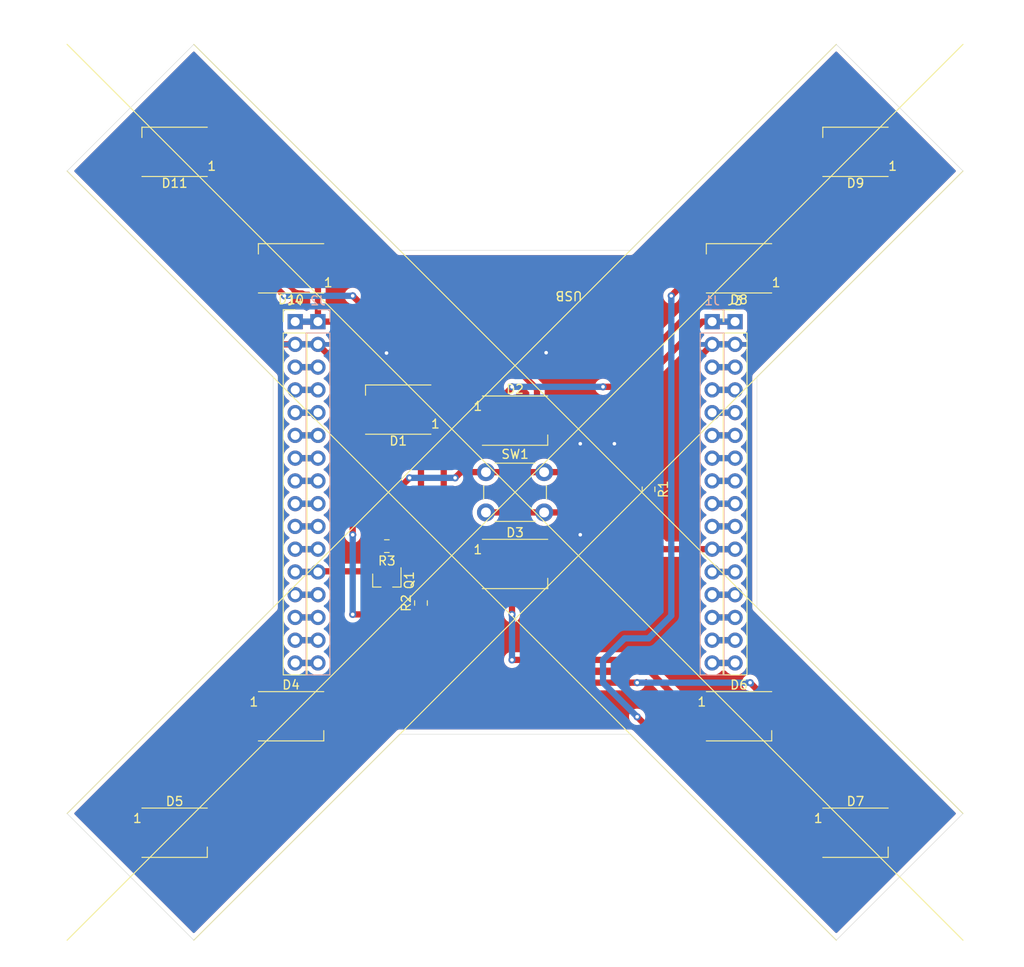
<source format=kicad_pcb>
(kicad_pcb (version 20171130) (host pcbnew 5.1.5+dfsg1-2build2)
  (layers (0 F.Cu signal) (31 B.Cu signal) (34 B.Paste user) (35 F.Paste user) (36 B.SilkS user) (37 F.SilkS user) (38 B.Mask user) (39 F.Mask user) (44 Edge.Cuts user))
  (net 0 "")
  (net 1 "Net-(J1-Pad16)")
  (net 2 "Net-(J1-Pad15)")
  (net 3 "Net-(J1-Pad14)")
  (net 4 "Net-(J1-Pad13)")
  (net 5 "Net-(J1-Pad12)")
  (net 6 "Net-(J1-Pad11)")
  (net 7 "Net-(J1-Pad10)")
  (net 8 "Net-(J1-Pad9)")
  (net 9 "Net-(J1-Pad8)")
  (net 10 "Net-(J1-Pad7)")
  (net 11 "Net-(J1-Pad6)")
  (net 12 "Net-(J1-Pad5)")
  (net 13 "Net-(J1-Pad4)")
  (net 14 "Net-(J1-Pad3)")
  (net 15 "Net-(J1-Pad1)")
  (net 16 "Net-(J2-Pad16)")
  (net 17 "Net-(J2-Pad15)")
  (net 18 "Net-(J2-Pad14)")
  (net 19 "Net-(J2-Pad13)")
  (net 20 "Net-(J2-Pad12)")
  (net 21 "Net-(J2-Pad11)")
  (net 22 "Net-(J2-Pad10)")
  (net 23 "Net-(J2-Pad9)")
  (net 24 "Net-(J2-Pad8)")
  (net 25 "Net-(J2-Pad7)")
  (net 26 "Net-(J2-Pad6)")
  (net 27 "Net-(J2-Pad5)")
  (net 28 "Net-(J2-Pad4)")
  (net 29 "Net-(J2-Pad3)")
  (net 30 "Net-(D1-Pad1)")
  (net 31 "Net-(D1-Pad2)")
  (net 32 "Net-(D1-Pad4)")
  (net 33 "Net-(D1-Pad3)")
  (net 34 "Net-(D2-Pad2)")
  (net 35 "Net-(D3-Pad2)")
  (net 36 "Net-(D4-Pad2)")
  (net 37 "Net-(D5-Pad2)")
  (net 38 "Net-(D6-Pad2)")
  (net 39 "Net-(D7-Pad2)")
  (net 40 "Net-(D8-Pad2)")
  (net 41 "Net-(D10-Pad4)")
  (net 42 "Net-(D10-Pad2)")
  (net 43 "Net-(D11-Pad2)")
  (module Connector_PinHeader_2.54mm:PinHeader_1x16_P2.54mm_Vertical (layer F.Cu) (at 49.46 54.95)
    (fp_text reference J4 (at 0 -2.33) (layer F.SilkS))
    (fp_text value Conn_01x16_Male)
    (pad 16 thru_hole oval (at 0 38.1) (size 1.7 1.7) (drill 1) (layers *.Cu *.Mask) (net 16 "Net-(J2-Pad16)"))
    (pad 15 thru_hole oval (at 0 35.56) (size 1.7 1.7) (drill 1) (layers *.Cu *.Mask) (net 17 "Net-(J2-Pad15)"))
    (pad 14 thru_hole oval (at 0 33.02) (size 1.7 1.7) (drill 1) (layers *.Cu *.Mask) (net 18 "Net-(J2-Pad14)"))
    (pad 13 thru_hole oval (at 0 30.48) (size 1.7 1.7) (drill 1) (layers *.Cu *.Mask) (net 19 "Net-(J2-Pad13)"))
    (pad 12 thru_hole oval (at 0 27.94) (size 1.7 1.7) (drill 1) (layers *.Cu *.Mask) (net 20 "Net-(J2-Pad12)"))
    (pad 11 thru_hole oval (at 0 25.4) (size 1.7 1.7) (drill 1) (layers *.Cu *.Mask) (net 21 "Net-(J2-Pad11)"))
    (pad 10 thru_hole oval (at 0 22.86) (size 1.7 1.7) (drill 1) (layers *.Cu *.Mask) (net 22 "Net-(J2-Pad10)"))
    (pad 9 thru_hole oval (at 0 20.32) (size 1.7 1.7) (drill 1) (layers *.Cu *.Mask) (net 23 "Net-(J2-Pad9)"))
    (pad 8 thru_hole oval (at 0 17.78) (size 1.7 1.7) (drill 1) (layers *.Cu *.Mask) (net 24 "Net-(J2-Pad8)"))
    (pad 7 thru_hole oval (at 0 15.24) (size 1.7 1.7) (drill 1) (layers *.Cu *.Mask) (net 25 "Net-(J2-Pad7)"))
    (pad 6 thru_hole oval (at 0 12.7) (size 1.7 1.7) (drill 1) (layers *.Cu *.Mask) (net 26 "Net-(J2-Pad6)"))
    (pad 5 thru_hole oval (at 0 10.16) (size 1.7 1.7) (drill 1) (layers *.Cu *.Mask) (net 27 "Net-(J2-Pad5)"))
    (pad 4 thru_hole oval (at 0 7.62) (size 1.7 1.7) (drill 1) (layers *.Cu *.Mask) (net 28 "Net-(J2-Pad4)"))
    (pad 3 thru_hole oval (at 0 5.08) (size 1.7 1.7) (drill 1) (layers *.Cu *.Mask) (net 29 "Net-(J2-Pad3)"))
    (pad 2 thru_hole oval (at 0 2.54) (size 1.7 1.7) (drill 1) (layers *.Cu *.Mask) (net 33 "Net-(D1-Pad3)"))
    (pad 1 thru_hole rect (at 0 0) (size 1.7 1.7) (drill 1) (layers *.Cu *.Mask) (net 30 "Net-(D1-Pad1)"))
  )
  (module Connector_PinHeader_2.54mm:PinHeader_1x16_P2.54mm_Vertical (layer F.Cu) (at 98.56 54.95)
    (fp_text reference J3 (at 0 -2.33) (layer F.SilkS))
    (fp_text value Conn_01x16_Male)
    (pad 16 thru_hole oval (at 0 38.1) (size 1.7 1.7) (drill 1) (layers *.Cu *.Mask) (net 1 "Net-(J1-Pad16)"))
    (pad 15 thru_hole oval (at 0 35.56) (size 1.7 1.7) (drill 1) (layers *.Cu *.Mask) (net 2 "Net-(J1-Pad15)"))
    (pad 14 thru_hole oval (at 0 33.02) (size 1.7 1.7) (drill 1) (layers *.Cu *.Mask) (net 3 "Net-(J1-Pad14)"))
    (pad 13 thru_hole oval (at 0 30.48) (size 1.7 1.7) (drill 1) (layers *.Cu *.Mask) (net 4 "Net-(J1-Pad13)"))
    (pad 12 thru_hole oval (at 0 27.94) (size 1.7 1.7) (drill 1) (layers *.Cu *.Mask) (net 5 "Net-(J1-Pad12)"))
    (pad 11 thru_hole oval (at 0 25.4) (size 1.7 1.7) (drill 1) (layers *.Cu *.Mask) (net 6 "Net-(J1-Pad11)"))
    (pad 10 thru_hole oval (at 0 22.86) (size 1.7 1.7) (drill 1) (layers *.Cu *.Mask) (net 7 "Net-(J1-Pad10)"))
    (pad 9 thru_hole oval (at 0 20.32) (size 1.7 1.7) (drill 1) (layers *.Cu *.Mask) (net 8 "Net-(J1-Pad9)"))
    (pad 8 thru_hole oval (at 0 17.78) (size 1.7 1.7) (drill 1) (layers *.Cu *.Mask) (net 9 "Net-(J1-Pad8)"))
    (pad 7 thru_hole oval (at 0 15.24) (size 1.7 1.7) (drill 1) (layers *.Cu *.Mask) (net 10 "Net-(J1-Pad7)"))
    (pad 6 thru_hole oval (at 0 12.7) (size 1.7 1.7) (drill 1) (layers *.Cu *.Mask) (net 11 "Net-(J1-Pad6)"))
    (pad 5 thru_hole oval (at 0 10.16) (size 1.7 1.7) (drill 1) (layers *.Cu *.Mask) (net 12 "Net-(J1-Pad5)"))
    (pad 4 thru_hole oval (at 0 7.62) (size 1.7 1.7) (drill 1) (layers *.Cu *.Mask) (net 13 "Net-(J1-Pad4)"))
    (pad 3 thru_hole oval (at 0 5.08) (size 1.7 1.7) (drill 1) (layers *.Cu *.Mask) (net 14 "Net-(J1-Pad3)"))
    (pad 2 thru_hole oval (at 0 2.54) (size 1.7 1.7) (drill 1) (layers *.Cu *.Mask) (net 33 "Net-(D1-Pad3)"))
    (pad 1 thru_hole rect (at 0 0) (size 1.7 1.7) (drill 1) (layers *.Cu *.Mask) (net 15 "Net-(J1-Pad1)"))
  )
  (module LED_SMD:LED_WS2812B_PLCC4_5.0x5.0mm_P3.2mm (layer F.Cu) (at 36 36 180)
    (fp_text reference D11 (at 0 -3.5) (layer F.SilkS))
    (fp_text value WS2812B)
    (fp_text user 1 (at -4.15 -1.6) (layer F.SilkS))
    (pad 1 smd rect (at -2.45 -1.6 180) (size 1.5 1) (layers F.Cu F.Paste F.Mask) (net 30 "Net-(D1-Pad1)"))
    (pad 2 smd rect (at -2.45 1.6 180) (size 1.5 1) (layers F.Cu F.Paste F.Mask) (net 43 "Net-(D11-Pad2)"))
    (pad 4 smd rect (at 2.45 -1.6 180) (size 1.5 1) (layers F.Cu F.Paste F.Mask) (net 42 "Net-(D10-Pad2)"))
    (pad 3 smd rect (at 2.45 1.6 180) (size 1.5 1) (layers F.Cu F.Paste F.Mask) (net 33 "Net-(D1-Pad3)"))
  )
  (module LED_SMD:LED_WS2812B_PLCC4_5.0x5.0mm_P3.2mm (layer F.Cu) (at 49 49 180)
    (fp_text reference D10 (at 0 -3.5) (layer F.SilkS))
    (fp_text value WS2812B)
    (fp_text user 1 (at -4.15 -1.6) (layer F.SilkS))
    (pad 1 smd rect (at -2.45 -1.6 180) (size 1.5 1) (layers F.Cu F.Paste F.Mask) (net 30 "Net-(D1-Pad1)"))
    (pad 2 smd rect (at -2.45 1.6 180) (size 1.5 1) (layers F.Cu F.Paste F.Mask) (net 42 "Net-(D10-Pad2)"))
    (pad 4 smd rect (at 2.45 -1.6 180) (size 1.5 1) (layers F.Cu F.Paste F.Mask) (net 41 "Net-(D10-Pad4)"))
    (pad 3 smd rect (at 2.45 1.6 180) (size 1.5 1) (layers F.Cu F.Paste F.Mask) (net 33 "Net-(D1-Pad3)"))
  )
  (module LED_SMD:LED_WS2812B_PLCC4_5.0x5.0mm_P3.2mm (layer F.Cu) (at 112 36 180)
    (fp_text reference D9 (at 0 -3.5) (layer F.SilkS))
    (fp_text value WS2812B)
    (fp_text user 1 (at -4.15 -1.6) (layer F.SilkS))
    (pad 1 smd rect (at -2.45 -1.6 180) (size 1.5 1) (layers F.Cu F.Paste F.Mask) (net 30 "Net-(D1-Pad1)"))
    (pad 2 smd rect (at -2.45 1.6 180) (size 1.5 1) (layers F.Cu F.Paste F.Mask) (net 41 "Net-(D10-Pad4)"))
    (pad 4 smd rect (at 2.45 -1.6 180) (size 1.5 1) (layers F.Cu F.Paste F.Mask) (net 40 "Net-(D8-Pad2)"))
    (pad 3 smd rect (at 2.45 1.6 180) (size 1.5 1) (layers F.Cu F.Paste F.Mask) (net 33 "Net-(D1-Pad3)"))
  )
  (module LED_SMD:LED_WS2812B_PLCC4_5.0x5.0mm_P3.2mm (layer F.Cu) (at 99 49 180)
    (fp_text reference D8 (at 0 -3.5) (layer F.SilkS))
    (fp_text value WS2812B)
    (fp_text user 1 (at -4.15 -1.6) (layer F.SilkS))
    (pad 1 smd rect (at -2.45 -1.6 180) (size 1.5 1) (layers F.Cu F.Paste F.Mask) (net 30 "Net-(D1-Pad1)"))
    (pad 2 smd rect (at -2.45 1.6 180) (size 1.5 1) (layers F.Cu F.Paste F.Mask) (net 40 "Net-(D8-Pad2)"))
    (pad 4 smd rect (at 2.45 -1.6 180) (size 1.5 1) (layers F.Cu F.Paste F.Mask) (net 39 "Net-(D7-Pad2)"))
    (pad 3 smd rect (at 2.45 1.6 180) (size 1.5 1) (layers F.Cu F.Paste F.Mask) (net 33 "Net-(D1-Pad3)"))
  )
  (module LED_SMD:LED_WS2812B_PLCC4_5.0x5.0mm_P3.2mm (layer F.Cu) (at 112 112)
    (fp_text reference D7 (at 0 -3.5) (layer F.SilkS))
    (fp_text value WS2812B)
    (fp_text user 1 (at -4.15 -1.6) (layer F.SilkS))
    (pad 1 smd rect (at -2.45 -1.6) (size 1.5 1) (layers F.Cu F.Paste F.Mask) (net 30 "Net-(D1-Pad1)"))
    (pad 2 smd rect (at -2.45 1.6) (size 1.5 1) (layers F.Cu F.Paste F.Mask) (net 39 "Net-(D7-Pad2)"))
    (pad 4 smd rect (at 2.45 -1.6) (size 1.5 1) (layers F.Cu F.Paste F.Mask) (net 38 "Net-(D6-Pad2)"))
    (pad 3 smd rect (at 2.45 1.6) (size 1.5 1) (layers F.Cu F.Paste F.Mask) (net 33 "Net-(D1-Pad3)"))
  )
  (module LED_SMD:LED_WS2812B_PLCC4_5.0x5.0mm_P3.2mm (layer F.Cu) (at 99 99)
    (fp_text reference D6 (at 0 -3.5) (layer F.SilkS))
    (fp_text value WS2812B)
    (fp_text user 1 (at -4.15 -1.6) (layer F.SilkS))
    (pad 1 smd rect (at -2.45 -1.6) (size 1.5 1) (layers F.Cu F.Paste F.Mask) (net 30 "Net-(D1-Pad1)"))
    (pad 2 smd rect (at -2.45 1.6) (size 1.5 1) (layers F.Cu F.Paste F.Mask) (net 38 "Net-(D6-Pad2)"))
    (pad 4 smd rect (at 2.45 -1.6) (size 1.5 1) (layers F.Cu F.Paste F.Mask) (net 37 "Net-(D5-Pad2)"))
    (pad 3 smd rect (at 2.45 1.6) (size 1.5 1) (layers F.Cu F.Paste F.Mask) (net 33 "Net-(D1-Pad3)"))
  )
  (module LED_SMD:LED_WS2812B_PLCC4_5.0x5.0mm_P3.2mm (layer F.Cu) (at 36 112)
    (fp_text reference D5 (at 0 -3.5) (layer F.SilkS))
    (fp_text value WS2812B)
    (fp_text user 1 (at -4.15 -1.6) (layer F.SilkS))
    (pad 1 smd rect (at -2.45 -1.6) (size 1.5 1) (layers F.Cu F.Paste F.Mask) (net 30 "Net-(D1-Pad1)"))
    (pad 2 smd rect (at -2.45 1.6) (size 1.5 1) (layers F.Cu F.Paste F.Mask) (net 37 "Net-(D5-Pad2)"))
    (pad 4 smd rect (at 2.45 -1.6) (size 1.5 1) (layers F.Cu F.Paste F.Mask) (net 36 "Net-(D4-Pad2)"))
    (pad 3 smd rect (at 2.45 1.6) (size 1.5 1) (layers F.Cu F.Paste F.Mask) (net 33 "Net-(D1-Pad3)"))
  )
  (module LED_SMD:LED_WS2812B_PLCC4_5.0x5.0mm_P3.2mm (layer F.Cu) (at 49 99)
    (fp_text reference D4 (at 0 -3.5) (layer F.SilkS))
    (fp_text value WS2812B)
    (fp_text user 1 (at -4.15 -1.6) (layer F.SilkS))
    (pad 1 smd rect (at -2.45 -1.6) (size 1.5 1) (layers F.Cu F.Paste F.Mask) (net 30 "Net-(D1-Pad1)"))
    (pad 2 smd rect (at -2.45 1.6) (size 1.5 1) (layers F.Cu F.Paste F.Mask) (net 36 "Net-(D4-Pad2)"))
    (pad 4 smd rect (at 2.45 -1.6) (size 1.5 1) (layers F.Cu F.Paste F.Mask) (net 35 "Net-(D3-Pad2)"))
    (pad 3 smd rect (at 2.45 1.6) (size 1.5 1) (layers F.Cu F.Paste F.Mask) (net 33 "Net-(D1-Pad3)"))
  )
  (module LED_SMD:LED_WS2812B_PLCC4_5.0x5.0mm_P3.2mm (layer F.Cu) (at 74 82)
    (fp_text reference D3 (at 0 -3.5) (layer F.SilkS))
    (fp_text value WS2812B)
    (fp_text user 1 (at -4.15 -1.6) (layer F.SilkS))
    (pad 1 smd rect (at -2.45 -1.6) (size 1.5 1) (layers F.Cu F.Paste F.Mask) (net 30 "Net-(D1-Pad1)"))
    (pad 2 smd rect (at -2.45 1.6) (size 1.5 1) (layers F.Cu F.Paste F.Mask) (net 35 "Net-(D3-Pad2)"))
    (pad 4 smd rect (at 2.45 -1.6) (size 1.5 1) (layers F.Cu F.Paste F.Mask) (net 34 "Net-(D2-Pad2)"))
    (pad 3 smd rect (at 2.45 1.6) (size 1.5 1) (layers F.Cu F.Paste F.Mask) (net 33 "Net-(D1-Pad3)"))
  )
  (module LED_SMD:LED_WS2812B_PLCC4_5.0x5.0mm_P3.2mm (layer F.Cu) (at 74 66)
    (fp_text reference D2 (at 0 -3.5) (layer F.SilkS))
    (fp_text value WS2812B)
    (fp_text user 1 (at -4.15 -1.6) (layer F.SilkS))
    (pad 1 smd rect (at -2.45 -1.6) (size 1.5 1) (layers F.Cu F.Paste F.Mask) (net 30 "Net-(D1-Pad1)"))
    (pad 2 smd rect (at -2.45 1.6) (size 1.5 1) (layers F.Cu F.Paste F.Mask) (net 34 "Net-(D2-Pad2)"))
    (pad 4 smd rect (at 2.45 -1.6) (size 1.5 1) (layers F.Cu F.Paste F.Mask) (net 31 "Net-(D1-Pad2)"))
    (pad 3 smd rect (at 2.45 1.6) (size 1.5 1) (layers F.Cu F.Paste F.Mask) (net 33 "Net-(D1-Pad3)"))
  )
  (module Resistor_SMD:R_0805_2012Metric_Pad1.15x1.40mm_HandSolder (layer F.Cu) (at 59.69 80.01 180)
    (fp_text reference R3 (at 0 -1.65) (layer F.SilkS))
    (fp_text value R)
    (pad 2 smd roundrect (at 1.025 0 180) (size 1.15 1.4) (layers F.Cu F.Paste F.Mask) (roundrect_rratio 0.217391) (net 20 "Net-(J2-Pad12)"))
    (pad 1 smd roundrect (at -1.025 0 180) (size 1.15 1.4) (layers F.Cu F.Paste F.Mask) (roundrect_rratio 0.217391) (net 15 "Net-(J1-Pad1)"))
  )
  (module Resistor_SMD:R_0805_2012Metric_Pad1.15x1.40mm_HandSolder (layer F.Cu) (at 63.5 86.36 90)
    (fp_text reference R2 (at 0 -1.65 90) (layer F.SilkS))
    (fp_text value R)
    (pad 2 smd roundrect (at 1.025 0 90) (size 1.15 1.4) (layers F.Cu F.Paste F.Mask) (roundrect_rratio 0.217391) (net 32 "Net-(D1-Pad4)"))
    (pad 1 smd roundrect (at -1.025 0 90) (size 1.15 1.4) (layers F.Cu F.Paste F.Mask) (roundrect_rratio 0.217391) (net 30 "Net-(D1-Pad1)"))
  )
  (module Package_TO_SOT_SMD:SOT-23 (layer F.Cu) (at 59.69 83.82 270)
    (fp_text reference Q1 (at 0 -2.5 90) (layer F.SilkS))
    (fp_text value BSS138)
    (pad 3 smd rect (at 1 0 270) (size 0.9 0.8) (layers F.Cu F.Paste F.Mask) (net 32 "Net-(D1-Pad4)"))
    (pad 2 smd rect (at -1 0.95 270) (size 0.9 0.8) (layers F.Cu F.Paste F.Mask) (net 20 "Net-(J2-Pad12)"))
    (pad 1 smd rect (at -1 -0.95 270) (size 0.9 0.8) (layers F.Cu F.Paste F.Mask) (net 15 "Net-(J1-Pad1)"))
  )
  (module Resistor_SMD:R_0805_2012Metric_Pad1.15x1.40mm_HandSolder (layer F.Cu) (at 88.9 73.66 270)
    (fp_text reference R1 (at 0 -1.65 90) (layer F.SilkS))
    (fp_text value R)
    (pad 2 smd roundrect (at 1.025 0 270) (size 1.15 1.4) (layers F.Cu F.Paste F.Mask) (roundrect_rratio 0.217391) (net 6 "Net-(J1-Pad11)"))
    (pad 1 smd roundrect (at -1.025 0 270) (size 1.15 1.4) (layers F.Cu F.Paste F.Mask) (roundrect_rratio 0.217391) (net 33 "Net-(D1-Pad3)"))
  )
  (module Button_Switch_THT:SW_PUSH_6mm (layer F.Cu) (at 70.75 71.75)
    (fp_text reference SW1 (at 3.25 -2) (layer F.SilkS))
    (fp_text value SW_Push)
    (pad 1 thru_hole circle (at 6.5 0 90) (size 2 2) (drill 1.1) (layers *.Cu *.Mask) (net 15 "Net-(J1-Pad1)"))
    (pad 2 thru_hole circle (at 6.5 4.5 90) (size 2 2) (drill 1.1) (layers *.Cu *.Mask) (net 6 "Net-(J1-Pad11)"))
    (pad 1 thru_hole circle (at 0 0 90) (size 2 2) (drill 1.1) (layers *.Cu *.Mask) (net 15 "Net-(J1-Pad1)"))
    (pad 2 thru_hole circle (at 0 4.5 90) (size 2 2) (drill 1.1) (layers *.Cu *.Mask) (net 6 "Net-(J1-Pad11)"))
  )
  (module LED_SMD:LED_WS2812B_PLCC4_5.0x5.0mm_P3.2mm (layer F.Cu) (at 60.96 64.77 180)
    (fp_text reference D1 (at 0 -3.5) (layer F.SilkS))
    (fp_text value WS2812B)
    (fp_text user 1 (at -4.15 -1.6) (layer F.SilkS))
    (pad 1 smd rect (at -2.45 -1.6 180) (size 1.5 1) (layers F.Cu F.Paste F.Mask) (net 30 "Net-(D1-Pad1)"))
    (pad 2 smd rect (at -2.45 1.6 180) (size 1.5 1) (layers F.Cu F.Paste F.Mask) (net 31 "Net-(D1-Pad2)"))
    (pad 4 smd rect (at 2.45 -1.6 180) (size 1.5 1) (layers F.Cu F.Paste F.Mask) (net 32 "Net-(D1-Pad4)"))
    (pad 3 smd rect (at 2.45 1.6 180) (size 1.5 1) (layers F.Cu F.Paste F.Mask) (net 33 "Net-(D1-Pad3)"))
  )
  (module Connector_PinHeader_2.54mm:PinHeader_1x16_P2.54mm_Vertical (layer B.Cu) (at 96 54.95 180)
    (fp_text reference J1 (at 0 2.33) (layer B.SilkS) (effects (justify mirror)))
    (fp_text value Conn_01x16_Male)
    (pad 16 thru_hole oval (at 0 -38.1 180) (size 1.7 1.7) (drill 1) (layers *.Cu *.Mask) (net 1 "Net-(J1-Pad16)"))
    (pad 15 thru_hole oval (at 0 -35.56 180) (size 1.7 1.7) (drill 1) (layers *.Cu *.Mask) (net 2 "Net-(J1-Pad15)"))
    (pad 14 thru_hole oval (at 0 -33.02 180) (size 1.7 1.7) (drill 1) (layers *.Cu *.Mask) (net 3 "Net-(J1-Pad14)"))
    (pad 13 thru_hole oval (at 0 -30.48 180) (size 1.7 1.7) (drill 1) (layers *.Cu *.Mask) (net 4 "Net-(J1-Pad13)"))
    (pad 12 thru_hole oval (at 0 -27.94 180) (size 1.7 1.7) (drill 1) (layers *.Cu *.Mask) (net 5 "Net-(J1-Pad12)"))
    (pad 11 thru_hole oval (at 0 -25.4 180) (size 1.7 1.7) (drill 1) (layers *.Cu *.Mask) (net 6 "Net-(J1-Pad11)"))
    (pad 10 thru_hole oval (at 0 -22.86 180) (size 1.7 1.7) (drill 1) (layers *.Cu *.Mask) (net 7 "Net-(J1-Pad10)"))
    (pad 9 thru_hole oval (at 0 -20.32 180) (size 1.7 1.7) (drill 1) (layers *.Cu *.Mask) (net 8 "Net-(J1-Pad9)"))
    (pad 8 thru_hole oval (at 0 -17.78 180) (size 1.7 1.7) (drill 1) (layers *.Cu *.Mask) (net 9 "Net-(J1-Pad8)"))
    (pad 7 thru_hole oval (at 0 -15.24 180) (size 1.7 1.7) (drill 1) (layers *.Cu *.Mask) (net 10 "Net-(J1-Pad7)"))
    (pad 6 thru_hole oval (at 0 -12.7 180) (size 1.7 1.7) (drill 1) (layers *.Cu *.Mask) (net 11 "Net-(J1-Pad6)"))
    (pad 5 thru_hole oval (at 0 -10.16 180) (size 1.7 1.7) (drill 1) (layers *.Cu *.Mask) (net 12 "Net-(J1-Pad5)"))
    (pad 4 thru_hole oval (at 0 -7.62 180) (size 1.7 1.7) (drill 1) (layers *.Cu *.Mask) (net 13 "Net-(J1-Pad4)"))
    (pad 3 thru_hole oval (at 0 -5.08 180) (size 1.7 1.7) (drill 1) (layers *.Cu *.Mask) (net 14 "Net-(J1-Pad3)"))
    (pad 2 thru_hole oval (at 0 -2.54 180) (size 1.7 1.7) (drill 1) (layers *.Cu *.Mask) (net 33 "Net-(D1-Pad3)"))
    (pad 1 thru_hole rect (at 0 0 180) (size 1.7 1.7) (drill 1) (layers *.Cu *.Mask) (net 15 "Net-(J1-Pad1)"))
  )
  (module Connector_PinHeader_2.54mm:PinHeader_1x16_P2.54mm_Vertical (layer B.Cu) (at 52 54.95 180)
    (fp_text reference J2 (at 0 2.33) (layer B.SilkS) (effects (justify mirror)))
    (fp_text value Conn_01x16_Male)
    (pad 16 thru_hole oval (at 0 -38.1 180) (size 1.7 1.7) (drill 1) (layers *.Cu *.Mask) (net 16 "Net-(J2-Pad16)"))
    (pad 15 thru_hole oval (at 0 -35.56 180) (size 1.7 1.7) (drill 1) (layers *.Cu *.Mask) (net 17 "Net-(J2-Pad15)"))
    (pad 14 thru_hole oval (at 0 -33.02 180) (size 1.7 1.7) (drill 1) (layers *.Cu *.Mask) (net 18 "Net-(J2-Pad14)"))
    (pad 13 thru_hole oval (at 0 -30.48 180) (size 1.7 1.7) (drill 1) (layers *.Cu *.Mask) (net 19 "Net-(J2-Pad13)"))
    (pad 12 thru_hole oval (at 0 -27.94 180) (size 1.7 1.7) (drill 1) (layers *.Cu *.Mask) (net 20 "Net-(J2-Pad12)"))
    (pad 11 thru_hole oval (at 0 -25.4 180) (size 1.7 1.7) (drill 1) (layers *.Cu *.Mask) (net 21 "Net-(J2-Pad11)"))
    (pad 10 thru_hole oval (at 0 -22.86 180) (size 1.7 1.7) (drill 1) (layers *.Cu *.Mask) (net 22 "Net-(J2-Pad10)"))
    (pad 9 thru_hole oval (at 0 -20.32 180) (size 1.7 1.7) (drill 1) (layers *.Cu *.Mask) (net 23 "Net-(J2-Pad9)"))
    (pad 8 thru_hole oval (at 0 -17.78 180) (size 1.7 1.7) (drill 1) (layers *.Cu *.Mask) (net 24 "Net-(J2-Pad8)"))
    (pad 7 thru_hole oval (at 0 -15.24 180) (size 1.7 1.7) (drill 1) (layers *.Cu *.Mask) (net 25 "Net-(J2-Pad7)"))
    (pad 6 thru_hole oval (at 0 -12.7 180) (size 1.7 1.7) (drill 1) (layers *.Cu *.Mask) (net 26 "Net-(J2-Pad6)"))
    (pad 5 thru_hole oval (at 0 -10.16 180) (size 1.7 1.7) (drill 1) (layers *.Cu *.Mask) (net 27 "Net-(J2-Pad5)"))
    (pad 4 thru_hole oval (at 0 -7.62 180) (size 1.7 1.7) (drill 1) (layers *.Cu *.Mask) (net 28 "Net-(J2-Pad4)"))
    (pad 3 thru_hole oval (at 0 -5.08 180) (size 1.7 1.7) (drill 1) (layers *.Cu *.Mask) (net 29 "Net-(J2-Pad3)"))
    (pad 2 thru_hole oval (at 0 -2.54 180) (size 1.7 1.7) (drill 1) (layers *.Cu *.Mask) (net 33 "Net-(D1-Pad3)"))
    (pad 1 thru_hole rect (at 0 0 180) (size 1.7 1.7) (drill 1) (layers *.Cu *.Mask) (net 30 "Net-(D1-Pad1)"))
  )
  (gr_text USB (at 80.01 52.07 -180) (layer F.SilkS) (effects (font (size 1 1))))
  (gr_line (start 109.85786 124) (end 124 109.85786) (layer Edge.Cuts) (width 0.05))
  (gr_line (start 101 86.85786) (end 124 109.85786) (layer Edge.Cuts) (width 0.05))
  (gr_line (start 86.85786 101) (end 109.85786 124) (layer Edge.Cuts) (width 0.05))
  (gr_line (start 74 59.85786) (end 124 109.85786) (layer F.SilkS) (width 0.12))
  (gr_line (start 74 88.14214) (end 109.85786 124) (layer F.SilkS) (width 0.12))
  (gr_line (start 74 74) (end 124 124) (layer F.SilkS) (width 0.12))
  (gr_line (start 24 109.85786) (end 38.14214 124) (layer Edge.Cuts) (width 0.05))
  (gr_line (start 38.14214 124) (end 61.14214 101) (layer Edge.Cuts) (width 0.05))
  (gr_line (start 47 86.85786) (end 24 109.85786) (layer Edge.Cuts) (width 0.05))
  (gr_line (start 38.14214 124) (end 74 88.14214) (layer F.SilkS) (width 0.12))
  (gr_line (start 24 109.85786) (end 74 59.85786) (layer F.SilkS) (width 0.12))
  (gr_line (start 24 124) (end 74 74) (layer F.SilkS) (width 0.12))
  (gr_line (start 38.14214 24) (end 61.14214 47) (layer Edge.Cuts) (width 0.05))
  (gr_line (start 24 38.14214) (end 38.14214 24) (layer Edge.Cuts) (width 0.05))
  (gr_line (start 47 61.14214) (end 24 38.14214) (layer Edge.Cuts) (width 0.05))
  (gr_line (start 24 38.14214) (end 74 88.14214) (layer F.SilkS) (width 0.12))
  (gr_line (start 38.14214 24) (end 74 59.85786) (layer F.SilkS) (width 0.12))
  (gr_line (start 24 24) (end 74 74) (layer F.SilkS) (width 0.12))
  (gr_line (start 109.85786 24) (end 124 38.14214) (layer Edge.Cuts) (width 0.05))
  (gr_line (start 124 38.14214) (end 101 61.14214) (layer Edge.Cuts) (width 0.05))
  (gr_line (start 86.85786 47) (end 109.85786 24) (layer Edge.Cuts) (width 0.05))
  (gr_line (start 74 59.85786) (end 109.85786 24) (layer F.SilkS) (width 0.12))
  (gr_line (start 74 88.14214) (end 124 38.14214) (layer F.SilkS) (width 0.12))
  (gr_line (start 74 74) (end 124 24) (layer F.SilkS) (width 0.12))
  (gr_line (start 61.14214 101) (end 86.85786 101) (layer Edge.Cuts) (width 0.05))
  (gr_line (start 101 61.14214) (end 101 86.85786) (layer Edge.Cuts) (width 0.05))
  (gr_line (start 47 61.14214) (end 47 86.85786) (layer Edge.Cuts) (width 0.05))
  (gr_line (start 61.14214 47) (end 86.85786 47) (layer Edge.Cuts) (width 0.05))
  (segment (start 96 93.05) (end 98.56 93.05) (width 0.7) (layer F.Cu) (net 1))
  (segment (start 96 93.05) (end 98.56 93.05) (width 0.7) (layer B.Cu) (net 1))
  (segment (start 96 90.51) (end 98.56 90.51) (width 0.7) (layer F.Cu) (net 2))
  (segment (start 96 90.51) (end 98.56 90.51) (width 0.7) (layer B.Cu) (net 2))
  (segment (start 96 87.97) (end 98.56 87.97) (width 0.7) (layer F.Cu) (net 3))
  (segment (start 96 87.97) (end 98.56 87.97) (width 0.7) (layer B.Cu) (net 3))
  (segment (start 96 85.43) (end 98.56 85.43) (width 0.7) (layer F.Cu) (net 4))
  (segment (start 96 85.43) (end 98.56 85.43) (width 0.7) (layer B.Cu) (net 4))
  (segment (start 96 82.89) (end 98.56 82.89) (width 0.7) (layer F.Cu) (net 5))
  (segment (start 96 82.89) (end 98.56 82.89) (width 0.7) (layer B.Cu) (net 5))
  (segment (start 70.75 76.25) (end 77.25 76.25) (width 0.7) (layer F.Cu) (net 6))
  (segment (start 77.25 76.25) (end 85.37 76.25) (width 0.7) (layer F.Cu) (net 6))
  (segment (start 96 80.35) (end 98.56 80.35) (width 0.7) (layer F.Cu) (net 6))
  (segment (start 96 80.35) (end 98.56 80.35) (width 0.7) (layer B.Cu) (net 6))
  (segment (start 90.51 80.35) (end 88.9 78.74) (width 0.7) (layer F.Cu) (net 6))
  (segment (start 88.9 78.74) (end 88.9 74.685) (width 0.7) (layer F.Cu) (net 6))
  (segment (start 96 80.35) (end 90.51 80.35) (width 0.7) (layer F.Cu) (net 6))
  (segment (start 85.37 76.25) (end 85.37 75.92) (width 0.7) (layer F.Cu) (net 6))
  (segment (start 86.605 74.685) (end 88.9 74.685) (width 0.7) (layer F.Cu) (net 6))
  (segment (start 85.37 75.92) (end 86.605 74.685) (width 0.7) (layer F.Cu) (net 6))
  (segment (start 96 77.81) (end 98.56 77.81) (width 0.7) (layer F.Cu) (net 7))
  (segment (start 96 77.81) (end 98.56 77.81) (width 0.7) (layer B.Cu) (net 7))
  (segment (start 96 75.27) (end 98.56 75.27) (width 0.7) (layer F.Cu) (net 8))
  (segment (start 96 75.27) (end 98.56 75.27) (width 0.7) (layer B.Cu) (net 8))
  (segment (start 96 72.73) (end 98.56 72.73) (width 0.7) (layer F.Cu) (net 9))
  (segment (start 96 72.73) (end 98.56 72.73) (width 0.7) (layer B.Cu) (net 9))
  (segment (start 98.56 70.19) (end 96 70.19) (width 0.7) (layer B.Cu) (net 10))
  (segment (start 96 67.65) (end 98.56 67.65) (width 0.7) (layer F.Cu) (net 11))
  (segment (start 96 67.65) (end 98.56 67.65) (width 0.7) (layer B.Cu) (net 11))
  (segment (start 96 65.11) (end 98.56 65.11) (width 0.7) (layer F.Cu) (net 12))
  (segment (start 98.56 65.11) (end 96 65.11) (width 0.7) (layer B.Cu) (net 12))
  (segment (start 96 62.57) (end 98.56 62.57) (width 0.7) (layer F.Cu) (net 13))
  (segment (start 96 62.57) (end 98.56 62.57) (width 0.7) (layer B.Cu) (net 13))
  (segment (start 96 60.03) (end 98.56 60.03) (width 0.7) (layer F.Cu) (net 14))
  (segment (start 96 60.03) (end 98.56 60.03) (width 0.7) (layer B.Cu) (net 14))
  (segment (start 60.64 80.085) (end 60.715 80.01) (width 0.7) (layer F.Cu) (net 15))
  (segment (start 60.64 82.82) (end 60.64 80.085) (width 0.7) (layer F.Cu) (net 15))
  (segment (start 77.25 71.75) (end 70.75 71.75) (width 0.7) (layer F.Cu) (net 15))
  (via (at 67.31 72.39) (size 0.8) (drill 0.4) (layers F.Cu B.Cu) (net 15))
  (segment (start 67.95 71.75) (end 67.31 72.39) (width 0.7) (layer F.Cu) (net 15))
  (segment (start 70.75 71.75) (end 67.95 71.75) (width 0.7) (layer F.Cu) (net 15))
  (via (at 62.23 72.39) (size 0.8) (drill 0.4) (layers F.Cu B.Cu) (net 15))
  (segment (start 67.31 72.39) (end 62.23 72.39) (width 0.7) (layer B.Cu) (net 15))
  (segment (start 60.715 79.31) (end 60.715 80.01) (width 0.7) (layer F.Cu) (net 15))
  (segment (start 60.96 79.065) (end 60.715 79.31) (width 0.7) (layer F.Cu) (net 15))
  (segment (start 60.96 73.66) (end 60.96 79.065) (width 0.7) (layer F.Cu) (net 15))
  (segment (start 62.23 72.39) (end 60.96 73.66) (width 0.7) (layer F.Cu) (net 15))
  (segment (start 96 54.95) (end 98.56 54.95) (width 0.7) (layer F.Cu) (net 15))
  (segment (start 98.56 54.95) (end 96 54.95) (width 0.7) (layer B.Cu) (net 15))
  (segment (start 83.82 66.04) (end 94.91 54.95) (width 0.7) (layer F.Cu) (net 15))
  (segment (start 94.91 54.95) (end 96 54.95) (width 0.7) (layer F.Cu) (net 15))
  (segment (start 83.82 69.85) (end 83.82 66.04) (width 0.7) (layer F.Cu) (net 15))
  (segment (start 81.92 71.75) (end 83.82 69.85) (width 0.7) (layer F.Cu) (net 15))
  (segment (start 77.25 71.75) (end 81.92 71.75) (width 0.7) (layer F.Cu) (net 15))
  (segment (start 49.46 93.05) (end 52 93.05) (width 0.7) (layer F.Cu) (net 16))
  (segment (start 52 93.05) (end 49.46 93.05) (width 0.7) (layer B.Cu) (net 16))
  (segment (start 49.46 90.51) (end 52 90.51) (width 0.7) (layer F.Cu) (net 17))
  (segment (start 49.46 90.51) (end 52 90.51) (width 0.7) (layer B.Cu) (net 17))
  (segment (start 49.46 87.97) (end 52 87.97) (width 0.7) (layer F.Cu) (net 18))
  (segment (start 52 87.97) (end 49.46 87.97) (width 0.7) (layer B.Cu) (net 18))
  (segment (start 49.46 85.43) (end 52 85.43) (width 0.7) (layer F.Cu) (net 19))
  (segment (start 49.46 85.43) (end 52 85.43) (width 0.7) (layer B.Cu) (net 19))
  (segment (start 52.07 82.82) (end 52 82.89) (width 0.5) (layer F.Cu) (net 20))
  (segment (start 58.74 82.82) (end 52.07 82.82) (width 0.7) (layer F.Cu) (net 20))
  (segment (start 58.74 80.085) (end 58.665 80.01) (width 0.7) (layer F.Cu) (net 20))
  (segment (start 58.74 82.82) (end 58.74 80.085) (width 0.7) (layer F.Cu) (net 20))
  (segment (start 49.46 82.89) (end 52 82.89) (width 0.7) (layer F.Cu) (net 20))
  (segment (start 52 82.89) (end 49.46 82.89) (width 0.7) (layer B.Cu) (net 20))
  (segment (start 49.46 80.35) (end 52 80.35) (width 0.7) (layer F.Cu) (net 21))
  (segment (start 49.46 80.35) (end 52 80.35) (width 0.7) (layer B.Cu) (net 21))
  (segment (start 49.46 77.81) (end 52 77.81) (width 0.7) (layer F.Cu) (net 22))
  (segment (start 52 77.81) (end 49.46 77.81) (width 0.7) (layer B.Cu) (net 22))
  (segment (start 49.46 75.27) (end 52 75.27) (width 0.7) (layer F.Cu) (net 23))
  (segment (start 49.46 75.27) (end 52 75.27) (width 0.7) (layer B.Cu) (net 23))
  (segment (start 49.46 72.73) (end 52 72.73) (width 0.7) (layer F.Cu) (net 24))
  (segment (start 52 72.73) (end 49.46 72.73) (width 0.7) (layer B.Cu) (net 24))
  (segment (start 49.46 70.19) (end 52 70.19) (width 0.7) (layer F.Cu) (net 25))
  (segment (start 49.46 70.19) (end 52 70.19) (width 0.7) (layer B.Cu) (net 25))
  (segment (start 49.46 67.65) (end 52 67.65) (width 0.7) (layer F.Cu) (net 26))
  (segment (start 52 67.65) (end 49.46 67.65) (width 0.7) (layer B.Cu) (net 26))
  (segment (start 49.46 65.11) (end 52 65.11) (width 0.7) (layer F.Cu) (net 27))
  (segment (start 49.46 65.11) (end 52 65.11) (width 0.7) (layer B.Cu) (net 27))
  (segment (start 49.46 62.57) (end 52 62.57) (width 0.7) (layer F.Cu) (net 28))
  (segment (start 52 62.57) (end 49.46 62.57) (width 0.7) (layer B.Cu) (net 28))
  (segment (start 49.46 60.03) (end 52 60.03) (width 0.7) (layer F.Cu) (net 29))
  (segment (start 52 60.03) (end 49.46 60.03) (width 0.7) (layer B.Cu) (net 29))
  (segment (start 64.2 87.385) (end 68.58 83.005) (width 0.7) (layer F.Cu) (net 30))
  (segment (start 63.5 87.385) (end 64.2 87.385) (width 0.7) (layer F.Cu) (net 30))
  (segment (start 70.1 80.4) (end 71.55 80.4) (width 0.7) (layer F.Cu) (net 30))
  (segment (start 68.58 81.92) (end 70.1 80.4) (width 0.7) (layer F.Cu) (net 30))
  (segment (start 68.58 83.005) (end 68.58 81.92) (width 0.7) (layer F.Cu) (net 30))
  (segment (start 67.68 64.4) (end 71.55 64.4) (width 0.7) (layer F.Cu) (net 30))
  (segment (start 65.71 66.37) (end 67.68 64.4) (width 0.7) (layer F.Cu) (net 30))
  (segment (start 63.41 66.37) (end 65.71 66.37) (width 0.7) (layer F.Cu) (net 30))
  (segment (start 46.11 97.4) (end 46.55 97.4) (width 0.7) (layer F.Cu) (net 30))
  (segment (start 48.26 95.25) (end 46.55 96.96) (width 0.7) (layer F.Cu) (net 30))
  (segment (start 53.34 95.25) (end 48.26 95.25) (width 0.7) (layer F.Cu) (net 30))
  (segment (start 46.55 96.96) (end 46.55 97.4) (width 0.7) (layer F.Cu) (net 30))
  (segment (start 61.205 87.385) (end 53.34 95.25) (width 0.7) (layer F.Cu) (net 30))
  (segment (start 63.5 87.385) (end 61.205 87.385) (width 0.7) (layer F.Cu) (net 30))
  (segment (start 95.1 97.4) (end 96.55 97.4) (width 0.7) (layer F.Cu) (net 30))
  (segment (start 93.98 98.52) (end 95.1 97.4) (width 0.7) (layer F.Cu) (net 30))
  (segment (start 101.45 50.6) (end 101.7 50.6) (width 0.7) (layer F.Cu) (net 30))
  (segment (start 101.45 50.6) (end 101.8 50.6) (width 0.7) (layer F.Cu) (net 30))
  (via (at 73.66 87.63) (size 0.8) (drill 0.4) (layers F.Cu B.Cu) (net 30))
  (segment (start 73.66 81.06) (end 73.66 87.63) (width 0.7) (layer F.Cu) (net 30))
  (segment (start 73 80.4) (end 73.66 81.06) (width 0.7) (layer F.Cu) (net 30))
  (segment (start 71.55 80.4) (end 73 80.4) (width 0.7) (layer F.Cu) (net 30))
  (via (at 73.66 92.71) (size 0.8) (drill 0.4) (layers F.Cu B.Cu) (net 30))
  (segment (start 73.66 87.63) (end 73.66 92.71) (width 0.7) (layer B.Cu) (net 30))
  (segment (start 93.98 99.06) (end 93.98 98.52) (width 0.7) (layer F.Cu) (net 30))
  (segment (start 101.8 50.6) (end 107.95 44.45) (width 0.7) (layer F.Cu) (net 30))
  (segment (start 52 51.15) (end 51.45 50.6) (width 0.7) (layer F.Cu) (net 30))
  (segment (start 52 54.95) (end 52 51.15) (width 0.7) (layer F.Cu) (net 30))
  (via (at 83.82 62.23) (size 0.8) (drill 0.4) (layers F.Cu B.Cu) (net 30))
  (via (at 73.66 62.23) (size 0.8) (drill 0.4) (layers F.Cu B.Cu) (net 30))
  (segment (start 83.82 62.23) (end 73.66 62.23) (width 0.7) (layer B.Cu) (net 30))
  (segment (start 73.66 62.29) (end 71.55 64.4) (width 0.7) (layer F.Cu) (net 30))
  (segment (start 73.66 62.23) (end 73.66 62.29) (width 0.7) (layer F.Cu) (net 30))
  (segment (start 68.58 81.92) (end 65.4 78.74) (width 0.7) (layer F.Cu) (net 30))
  (segment (start 65.4 78.74) (end 65.335685 78.74) (width 0.7) (layer F.Cu) (net 30))
  (segment (start 64.77 67.31) (end 65.71 66.37) (width 0.7) (layer F.Cu) (net 30))
  (segment (start 64.77 68.58) (end 64.77 67.31) (width 0.7) (layer F.Cu) (net 30))
  (segment (start 63.5 69.85) (end 64.77 68.58) (width 0.7) (layer F.Cu) (net 30))
  (segment (start 63.5 76.84) (end 63.5 69.85) (width 0.7) (layer F.Cu) (net 30))
  (segment (start 65.4 78.74) (end 63.5 76.84) (width 0.7) (layer F.Cu) (net 30))
  (segment (start 49.46 54.95) (end 52 54.95) (width 0.7) (layer F.Cu) (net 30))
  (segment (start 52 54.95) (end 49.46 54.95) (width 0.7) (layer B.Cu) (net 30))
  (segment (start 49.53 50.13) (end 50 50.6) (width 0.7) (layer F.Cu) (net 30))
  (segment (start 50 50.6) (end 51.45 50.6) (width 0.7) (layer F.Cu) (net 30))
  (segment (start 49.53 46.99) (end 49.53 50.13) (width 0.7) (layer F.Cu) (net 30))
  (segment (start 46.99 44.45) (end 49.53 46.99) (width 0.7) (layer F.Cu) (net 30))
  (segment (start 44.1 44.45) (end 46.99 44.45) (width 0.7) (layer F.Cu) (net 30))
  (segment (start 38.45 38.8) (end 44.1 44.45) (width 0.7) (layer F.Cu) (net 30))
  (segment (start 38.45 37.6) (end 38.45 38.8) (width 0.7) (layer F.Cu) (net 30))
  (segment (start 107.95 44.45) (end 109.22 44.45) (width 0.7) (layer F.Cu) (net 30))
  (segment (start 114.45 39.22) (end 114.45 37.6) (width 0.7) (layer F.Cu) (net 30))
  (segment (start 109.22 44.45) (end 114.45 39.22) (width 0.7) (layer F.Cu) (net 30))
  (segment (start 33.55 109.2) (end 33.55 110.4) (width 0.7) (layer F.Cu) (net 30))
  (segment (start 33.55 108.95) (end 33.55 109.2) (width 0.7) (layer F.Cu) (net 30))
  (segment (start 45.1 97.4) (end 33.55 108.95) (width 0.7) (layer F.Cu) (net 30))
  (segment (start 46.55 97.4) (end 45.1 97.4) (width 0.7) (layer F.Cu) (net 30))
  (segment (start 73.66 92.71) (end 87.766004 92.71) (width 0.7) (layer F.Cu) (net 30))
  (segment (start 87.766004 92.71) (end 93.98 98.923996) (width 0.7) (layer F.Cu) (net 30))
  (segment (start 93.98 98.923996) (end 93.98 99.06) (width 0.7) (layer F.Cu) (net 30))
  (segment (start 109.55 109.55) (end 109.55 110.4) (width 0.7) (layer F.Cu) (net 30))
  (segment (start 105.41 105.41) (end 109.55 109.55) (width 0.7) (layer F.Cu) (net 30))
  (segment (start 97.79 105.41) (end 105.41 105.41) (width 0.7) (layer F.Cu) (net 30))
  (segment (start 93.98 101.6) (end 97.79 105.41) (width 0.7) (layer F.Cu) (net 30))
  (segment (start 93.98 99.06) (end 93.98 101.6) (width 0.7) (layer F.Cu) (net 30))
  (segment (start 95.386004 52.07) (end 85.226004 62.23) (width 0.7) (layer F.Cu) (net 30))
  (segment (start 101.18 52.07) (end 95.386004 52.07) (width 0.7) (layer F.Cu) (net 30))
  (segment (start 101.45 51.8) (end 101.18 52.07) (width 0.7) (layer F.Cu) (net 30))
  (segment (start 84.385685 62.23) (end 83.82 62.23) (width 0.7) (layer F.Cu) (net 30))
  (segment (start 85.226004 62.23) (end 84.385685 62.23) (width 0.7) (layer F.Cu) (net 30))
  (segment (start 101.45 50.6) (end 101.45 51.8) (width 0.7) (layer F.Cu) (net 30))
  (segment (start 53.55 54.95) (end 52 54.95) (width 0.7) (layer F.Cu) (net 30))
  (segment (start 55.75 57.15) (end 53.55 54.95) (width 0.7) (layer F.Cu) (net 30))
  (segment (start 59.69 57.15) (end 55.75 57.15) (width 0.7) (layer F.Cu) (net 30))
  (segment (start 60.96 58.42) (end 59.69 57.15) (width 0.7) (layer F.Cu) (net 30))
  (segment (start 60.96 66.04) (end 60.96 58.42) (width 0.7) (layer F.Cu) (net 30))
  (segment (start 61.29 66.37) (end 60.96 66.04) (width 0.7) (layer F.Cu) (net 30))
  (segment (start 63.41 66.37) (end 61.29 66.37) (width 0.7) (layer F.Cu) (net 30))
  (segment (start 63.41 61.97) (end 65.69 59.69) (width 0.7) (layer F.Cu) (net 31))
  (segment (start 63.41 63.17) (end 63.41 61.97) (width 0.7) (layer F.Cu) (net 31))
  (segment (start 65.69 59.69) (end 73.66 59.69) (width 0.7) (layer F.Cu) (net 31))
  (segment (start 76.45 62.48) (end 76.45 64.4) (width 0.7) (layer F.Cu) (net 31))
  (segment (start 73.66 59.69) (end 76.45 62.48) (width 0.7) (layer F.Cu) (net 31))
  (segment (start 62.985 84.82) (end 63.5 85.335) (width 0.7) (layer F.Cu) (net 32))
  (segment (start 59.69 84.82) (end 62.985 84.82) (width 0.7) (layer F.Cu) (net 32))
  (segment (start 59.69 84.82) (end 59.69 86.36) (width 0.7) (layer F.Cu) (net 32))
  (segment (start 59.69 86.36) (end 58.42 87.63) (width 0.7) (layer F.Cu) (net 32))
  (via (at 55.88 87.63) (size 0.8) (drill 0.4) (layers F.Cu B.Cu) (net 32))
  (segment (start 58.42 87.63) (end 55.88 87.63) (width 0.7) (layer F.Cu) (net 32))
  (via (at 55.88 78.74) (size 0.8) (drill 0.4) (layers F.Cu B.Cu) (net 32))
  (segment (start 55.88 87.63) (end 55.88 78.74) (width 0.7) (layer B.Cu) (net 32))
  (segment (start 55.88 78.74) (end 55.88 71.12) (width 0.7) (layer F.Cu) (net 32))
  (segment (start 58.51 68.49) (end 58.51 66.37) (width 0.7) (layer F.Cu) (net 32))
  (segment (start 55.88 71.12) (end 58.51 68.49) (width 0.7) (layer F.Cu) (net 32))
  (via (at 81.28 68.58) (size 0.8) (drill 0.4) (layers F.Cu B.Cu) (net 33))
  (segment (start 80.3 67.6) (end 81.28 68.58) (width 0.7) (layer F.Cu) (net 33))
  (segment (start 76.45 67.6) (end 80.3 67.6) (width 0.7) (layer F.Cu) (net 33))
  (segment (start 80.23 83.6) (end 76.45 83.6) (width 0.7) (layer F.Cu) (net 33))
  (segment (start 81.28 82.55) (end 80.23 83.6) (width 0.7) (layer F.Cu) (net 33))
  (segment (start 93.98 95.25) (end 81.28 82.55) (width 0.7) (layer F.Cu) (net 33))
  (segment (start 97.79 95.25) (end 93.98 95.25) (width 0.7) (layer F.Cu) (net 33))
  (segment (start 99.06 99.66) (end 99.06 96.52) (width 0.7) (layer F.Cu) (net 33))
  (segment (start 99.06 96.52) (end 97.79 95.25) (width 0.7) (layer F.Cu) (net 33))
  (segment (start 100 100.6) (end 99.06 99.66) (width 0.7) (layer F.Cu) (net 33))
  (segment (start 101.45 100.6) (end 100 100.6) (width 0.7) (layer F.Cu) (net 33))
  (segment (start 46.55 47.4) (end 41.142116 47.4) (width 0.7) (layer F.Cu) (net 33))
  (segment (start 44.45 50.707884) (end 41.142116 47.4) (width 0.7) (layer F.Cu) (net 33))
  (segment (start 57.68 63.17) (end 58.51 63.17) (width 0.7) (layer F.Cu) (net 33))
  (segment (start 52 57.49) (end 57.68 63.17) (width 0.7) (layer F.Cu) (net 33))
  (segment (start 80.3 61.94) (end 80.3 67.6) (width 0.7) (layer F.Cu) (net 33))
  (via (at 59.653248 58.456752) (size 0.8) (drill 0.4) (layers F.Cu B.Cu) (net 33))
  (segment (start 58.51 59.6) (end 59.653248 58.456752) (width 0.7) (layer F.Cu) (net 33))
  (segment (start 58.51 63.17) (end 58.51 59.6) (width 0.7) (layer F.Cu) (net 33))
  (via (at 77.47 58.42) (size 0.8) (drill 0.4) (layers F.Cu B.Cu) (net 33))
  (segment (start 77.433248 58.456752) (end 77.47 58.42) (width 0.7) (layer B.Cu) (net 33))
  (segment (start 59.653248 58.456752) (end 77.433248 58.456752) (width 0.7) (layer B.Cu) (net 33))
  (segment (start 80.3 61.25) (end 80.3 61.94) (width 0.7) (layer F.Cu) (net 33))
  (segment (start 77.47 58.42) (end 80.3 61.25) (width 0.7) (layer F.Cu) (net 33))
  (segment (start 52 57.49) (end 49.46 57.49) (width 0.7) (layer F.Cu) (net 33))
  (segment (start 49.46 57.49) (end 47.33 57.49) (width 0.7) (layer F.Cu) (net 33))
  (segment (start 47.33 57.49) (end 44.45 54.61) (width 0.7) (layer F.Cu) (net 33))
  (segment (start 44.45 54.61) (end 44.45 50.707884) (width 0.7) (layer F.Cu) (net 33))
  (segment (start 96 57.49) (end 98.56 57.49) (width 0.7) (layer F.Cu) (net 33))
  (segment (start 96 57.49) (end 98.56 57.49) (width 0.7) (layer B.Cu) (net 33))
  (segment (start 52 57.49) (end 49.46 57.49) (width 0.7) (layer B.Cu) (net 33))
  (segment (start 35 34.4) (end 35.56 34.96) (width 0.7) (layer F.Cu) (net 33))
  (segment (start 33.55 34.4) (end 35 34.4) (width 0.7) (layer F.Cu) (net 33))
  (segment (start 35.56 41.817884) (end 41.142116 47.4) (width 0.7) (layer F.Cu) (net 33))
  (segment (start 35.56 34.96) (end 35.56 41.817884) (width 0.7) (layer F.Cu) (net 33))
  (segment (start 96.55 47.4) (end 97.38 47.4) (width 0.7) (layer F.Cu) (net 33))
  (segment (start 97.38 47.4) (end 99.06 45.72) (width 0.7) (layer F.Cu) (net 33))
  (segment (start 99.06 45.72) (end 99.06 43.18) (width 0.7) (layer F.Cu) (net 33))
  (segment (start 107.84 34.4) (end 109.55 34.4) (width 0.7) (layer F.Cu) (net 33))
  (segment (start 99.06 43.18) (end 107.84 34.4) (width 0.7) (layer F.Cu) (net 33))
  (segment (start 39.9 113.6) (end 45.55 107.95) (width 0.7) (layer F.Cu) (net 33))
  (segment (start 38.45 113.6) (end 39.9 113.6) (width 0.7) (layer F.Cu) (net 33))
  (segment (start 45.55 107.95) (end 45.72 107.95) (width 0.7) (layer F.Cu) (net 33))
  (segment (start 51.45 102.22) (end 51.45 100.6) (width 0.7) (layer F.Cu) (net 33))
  (segment (start 45.72 107.95) (end 51.45 102.22) (width 0.7) (layer F.Cu) (net 33))
  (segment (start 116.27 113.6) (end 114.45 113.6) (width 0.7) (layer F.Cu) (net 33))
  (segment (start 119.38 110.49) (end 116.27 113.6) (width 0.7) (layer F.Cu) (net 33))
  (segment (start 119.38 107.95) (end 119.38 110.49) (width 0.7) (layer F.Cu) (net 33))
  (segment (start 112.03 100.6) (end 119.38 107.95) (width 0.7) (layer F.Cu) (net 33))
  (segment (start 101.45 100.6) (end 112.03 100.6) (width 0.7) (layer F.Cu) (net 33))
  (segment (start 80.3 60.67) (end 80.3 61.94) (width 0.7) (layer F.Cu) (net 33))
  (segment (start 93.57 47.4) (end 80.3 60.67) (width 0.7) (layer F.Cu) (net 33))
  (segment (start 96.55 47.4) (end 93.57 47.4) (width 0.7) (layer F.Cu) (net 33))
  (segment (start 76.45 88.65) (end 76.45 83.6) (width 0.7) (layer F.Cu) (net 33))
  (segment (start 74.93 90.17) (end 76.45 88.65) (width 0.7) (layer F.Cu) (net 33))
  (segment (start 55.88 99.06) (end 64.77 90.17) (width 0.7) (layer F.Cu) (net 33))
  (segment (start 52.07 99.06) (end 55.88 99.06) (width 0.7) (layer F.Cu) (net 33))
  (segment (start 64.77 90.17) (end 74.93 90.17) (width 0.7) (layer F.Cu) (net 33))
  (segment (start 51.45 99.68) (end 52.07 99.06) (width 0.7) (layer F.Cu) (net 33))
  (segment (start 51.45 100.6) (end 51.45 99.68) (width 0.7) (layer F.Cu) (net 33))
  (via (at 81.28 78.74) (size 0.8) (drill 0.4) (layers F.Cu B.Cu) (net 33))
  (segment (start 81.28 82.55) (end 81.28 79.305685) (width 0.7) (layer F.Cu) (net 33))
  (segment (start 81.28 79.305685) (end 81.28 78.74) (width 0.7) (layer F.Cu) (net 33))
  (segment (start 81.28 68.58) (end 81.28 69.145685) (width 0.7) (layer B.Cu) (net 33))
  (segment (start 81.28 69.145685) (end 81.28 78.74) (width 0.7) (layer B.Cu) (net 33))
  (segment (start 87.63 65.86) (end 96 57.49) (width 0.7) (layer F.Cu) (net 33))
  (segment (start 87.63 68.4) (end 87.63 65.86) (width 0.7) (layer F.Cu) (net 33))
  (segment (start 88.9 69.67) (end 87.63 68.4) (width 0.7) (layer F.Cu) (net 33))
  (segment (start 88.9 72.635) (end 88.9 69.67) (width 0.7) (layer F.Cu) (net 33))
  (via (at 85.09 68.58) (size 0.8) (drill 0.4) (layers F.Cu B.Cu) (net 33))
  (segment (start 81.28 68.58) (end 85.09 68.58) (width 0.7) (layer B.Cu) (net 33))
  (segment (start 87.45 68.58) (end 87.63 68.4) (width 0.7) (layer F.Cu) (net 33))
  (segment (start 85.09 68.58) (end 87.45 68.58) (width 0.7) (layer F.Cu) (net 33))
  (segment (start 68.29 67.6) (end 71.55 67.6) (width 0.7) (layer F.Cu) (net 34))
  (segment (start 66.04 76.2) (end 66.04 69.85) (width 0.7) (layer F.Cu) (net 34))
  (segment (start 68.58 78.74) (end 66.04 76.2) (width 0.7) (layer F.Cu) (net 34))
  (segment (start 76.2 78.74) (end 68.58 78.74) (width 0.7) (layer F.Cu) (net 34))
  (segment (start 66.04 69.85) (end 68.29 67.6) (width 0.7) (layer F.Cu) (net 34))
  (segment (start 76.45 78.99) (end 76.2 78.74) (width 0.7) (layer F.Cu) (net 34))
  (segment (start 76.45 80.4) (end 76.45 78.99) (width 0.7) (layer F.Cu) (net 34))
  (segment (start 71.55 85.93) (end 71.55 83.6) (width 0.7) (layer F.Cu) (net 35))
  (segment (start 68.58 88.9) (end 71.55 85.93) (width 0.7) (layer F.Cu) (net 35))
  (segment (start 62.23 88.9) (end 68.58 88.9) (width 0.7) (layer F.Cu) (net 35))
  (segment (start 53.73 97.4) (end 62.23 88.9) (width 0.7) (layer F.Cu) (net 35))
  (segment (start 51.45 97.4) (end 53.73 97.4) (width 0.7) (layer F.Cu) (net 35))
  (segment (start 45.1 100.6) (end 46.55 100.6) (width 0.7) (layer F.Cu) (net 36))
  (segment (start 38.45 107.25) (end 45.1 100.6) (width 0.7) (layer F.Cu) (net 36))
  (segment (start 38.45 110.4) (end 38.45 107.25) (width 0.7) (layer F.Cu) (net 36))
  (segment (start 100.33 95.342116) (end 100.237884 95.25) (width 0.7) (layer B.Cu) (net 37))
  (via (at 100.237884 95.25) (size 0.8) (drill 0.4) (layers F.Cu B.Cu) (net 37))
  (segment (start 101.45 96.462116) (end 100.237884 95.25) (width 0.7) (layer F.Cu) (net 37))
  (segment (start 101.45 97.4) (end 101.45 96.462116) (width 0.7) (layer F.Cu) (net 37))
  (segment (start 87.630018 95.25) (end 87.63 95.249982) (width 0.7) (layer B.Cu) (net 37))
  (via (at 87.63 95.249982) (size 0.8) (drill 0.4) (layers F.Cu B.Cu) (net 37))
  (segment (start 100.237884 95.25) (end 87.630018 95.25) (width 0.7) (layer B.Cu) (net 37))
  (segment (start 63.5 95.25) (end 86.83002 95.25) (width 0.7) (layer F.Cu) (net 37))
  (segment (start 41.91 116.84) (end 63.5 95.25) (width 0.7) (layer F.Cu) (net 37))
  (segment (start 33.55 114.83) (end 35.56 116.84) (width 0.7) (layer F.Cu) (net 37))
  (segment (start 35.56 116.84) (end 41.91 116.84) (width 0.7) (layer F.Cu) (net 37))
  (segment (start 33.55 113.6) (end 33.55 114.83) (width 0.7) (layer F.Cu) (net 37))
  (segment (start 86.830038 95.249982) (end 86.83002 95.25) (width 0.7) (layer F.Cu) (net 37))
  (segment (start 87.63 95.249982) (end 86.830038 95.249982) (width 0.7) (layer F.Cu) (net 37))
  (segment (start 96.79 100.6) (end 96.55 100.6) (width 0.7) (layer F.Cu) (net 38))
  (segment (start 99.06 102.87) (end 96.79 100.6) (width 0.7) (layer F.Cu) (net 38))
  (segment (start 107.95 102.87) (end 99.06 102.87) (width 0.7) (layer F.Cu) (net 38))
  (segment (start 111.76 106.68) (end 107.95 102.87) (width 0.7) (layer F.Cu) (net 38))
  (segment (start 111.93 106.68) (end 111.76 106.68) (width 0.7) (layer F.Cu) (net 38))
  (segment (start 114.45 109.2) (end 111.93 106.68) (width 0.7) (layer F.Cu) (net 38))
  (segment (start 114.45 110.4) (end 114.45 109.2) (width 0.7) (layer F.Cu) (net 38))
  (via (at 87.63 99.06) (size 0.8) (drill 0.4) (layers F.Cu B.Cu) (net 39))
  (segment (start 102.17 113.6) (end 109.55 113.6) (width 0.7) (layer F.Cu) (net 39))
  (segment (start 87.63 99.06) (end 102.17 113.6) (width 0.7) (layer F.Cu) (net 39))
  (via (at 91.44 52.070004) (size 0.8) (drill 0.4) (layers F.Cu B.Cu) (net 39))
  (segment (start 92.910004 50.6) (end 91.839999 51.670005) (width 0.7) (layer F.Cu) (net 39))
  (segment (start 96.55 50.6) (end 92.910004 50.6) (width 0.7) (layer F.Cu) (net 39))
  (segment (start 91.839999 51.670005) (end 91.44 52.070004) (width 0.7) (layer F.Cu) (net 39))
  (segment (start 91.44 52.635689) (end 91.44 52.070004) (width 0.7) (layer B.Cu) (net 39))
  (segment (start 91.44 87.766004) (end 91.44 52.635689) (width 0.7) (layer B.Cu) (net 39))
  (segment (start 88.9 90.306004) (end 91.44 87.766004) (width 0.7) (layer B.Cu) (net 39))
  (segment (start 86.223996 90.306004) (end 88.9 90.306004) (width 0.7) (layer B.Cu) (net 39))
  (segment (start 83.82 92.71) (end 86.223996 90.306004) (width 0.7) (layer B.Cu) (net 39))
  (segment (start 83.82 95.25) (end 83.82 92.71) (width 0.7) (layer B.Cu) (net 39))
  (segment (start 87.63 99.06) (end 83.82 95.25) (width 0.7) (layer B.Cu) (net 39))
  (segment (start 101.45 47.4) (end 101.45 47.14) (width 0.7) (layer F.Cu) (net 40))
  (segment (start 101.45 46.2) (end 108.28 39.37) (width 0.7) (layer F.Cu) (net 40))
  (segment (start 101.45 47.4) (end 101.45 46.2) (width 0.7) (layer F.Cu) (net 40))
  (segment (start 109.55 38.8) (end 109.55 37.6) (width 0.7) (layer F.Cu) (net 40))
  (segment (start 108.98 39.37) (end 109.55 38.8) (width 0.7) (layer F.Cu) (net 40))
  (segment (start 108.28 39.37) (end 108.98 39.37) (width 0.7) (layer F.Cu) (net 40))
  (segment (start 46.55 50.6) (end 46.55 50.36) (width 0.7) (layer F.Cu) (net 41))
  (via (at 48.26 52.07) (size 0.8) (drill 0.4) (layers F.Cu B.Cu) (net 41))
  (segment (start 46.79 50.6) (end 48.26 52.07) (width 0.7) (layer F.Cu) (net 41))
  (segment (start 46.55 50.6) (end 46.79 50.6) (width 0.7) (layer F.Cu) (net 41))
  (via (at 55.88 52.07) (size 0.8) (drill 0.4) (layers F.Cu B.Cu) (net 41))
  (segment (start 58.42 54.61) (end 55.88 52.07) (width 0.7) (layer F.Cu) (net 41))
  (segment (start 91.44 45.72) (end 82.55 54.61) (width 0.7) (layer F.Cu) (net 41))
  (segment (start 82.55 54.61) (end 58.42 54.61) (width 0.7) (layer F.Cu) (net 41))
  (segment (start 92.71 45.72) (end 91.44 45.72) (width 0.7) (layer F.Cu) (net 41))
  (segment (start 107.95 30.48) (end 92.71 45.72) (width 0.7) (layer F.Cu) (net 41))
  (segment (start 113.03 30.48) (end 107.95 30.48) (width 0.7) (layer F.Cu) (net 41))
  (segment (start 114.45 31.9) (end 113.03 30.48) (width 0.7) (layer F.Cu) (net 41))
  (segment (start 114.45 34.4) (end 114.45 31.9) (width 0.7) (layer F.Cu) (net 41))
  (segment (start 48.26 52.07) (end 55.88 52.07) (width 0.7) (layer B.Cu) (net 41))
  (segment (start 30.615 37.6) (end 33.55 37.6) (width 0.7) (layer F.Cu) (net 42))
  (segment (start 29.21 36.195) (end 30.615 37.6) (width 0.7) (layer F.Cu) (net 42))
  (segment (start 34.29 30.48) (end 29.21 35.56) (width 0.7) (layer F.Cu) (net 42))
  (segment (start 40.64 30.48) (end 34.29 30.48) (width 0.7) (layer F.Cu) (net 42))
  (segment (start 29.21 35.56) (end 29.21 36.195) (width 0.7) (layer F.Cu) (net 42))
  (segment (start 51.45 41.29) (end 40.64 30.48) (width 0.7) (layer F.Cu) (net 42))
  (segment (start 51.45 47.4) (end 51.45 41.29) (width 0.7) (layer F.Cu) (net 42))
  (zone (net 33) (net_name "Net-(D1-Pad3)") (layer F.Cu) (connect_pads (clearance 0.508)) (min_thickness 0.254) (fill yes (arc_segments 32) (thermal_gap 0.508) (thermal_bridge_width 0.508))
    (polygon (pts (xy 130.81 127) (xy 16.51 127) (xy 16.51 19.05) (xy 130.81 19.05)))
  )
  (zone (net 33) (net_name "Net-(D1-Pad3)") (layer B.Cu) (connect_pads (clearance 0.508)) (min_thickness 0.254) (fill yes (arc_segments 32) (thermal_gap 0.508) (thermal_bridge_width 0.508))
    (polygon (pts (xy 130.81 127) (xy 16.51 127) (xy 16.51 19.05) (xy 130.81 19.05)))
  )
)
</source>
